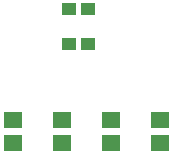
<source format=gtp>
G04*
G04 #@! TF.GenerationSoftware,Altium Limited,Altium Designer,23.5.1 (21)*
G04*
G04 Layer_Color=8421504*
%FSLAX43Y43*%
%MOMM*%
G71*
G04*
G04 #@! TF.SameCoordinates,0A014DD4-22E2-4276-B171-07083C4432E0*
G04*
G04*
G04 #@! TF.FilePolarity,Positive*
G04*
G01*
G75*
%ADD12R,1.550X1.350*%
%ADD13R,1.207X1.058*%
D12*
X11049Y7448D02*
D03*
Y9398D02*
D03*
X15198D02*
D03*
Y7448D02*
D03*
X19346Y9398D02*
D03*
Y7448D02*
D03*
X23495Y9398D02*
D03*
Y7448D02*
D03*
D13*
X17400Y18796D02*
D03*
X15748D02*
D03*
X17400Y15875D02*
D03*
X15748D02*
D03*
M02*

</source>
